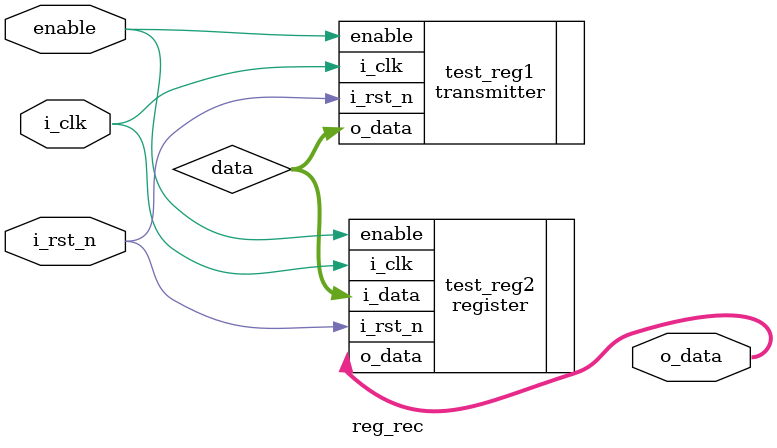
<source format=v>
module reg_rec (
    input i_clk,
    input i_rst_n,
    input enable,
    output [19:0] o_data
);

wire [19:0] data;

transmitter test_reg1(
    .i_clk(i_clk),
    .i_rst_n(i_rst_n),
    .enable(enable),
    .o_data(data)
);

register test_reg2(
    .i_clk(i_clk),
    .i_rst_n(i_rst_n),
    .enable(enable),
    .i_data(data),
    .o_data(o_data)
);

endmodule
</source>
